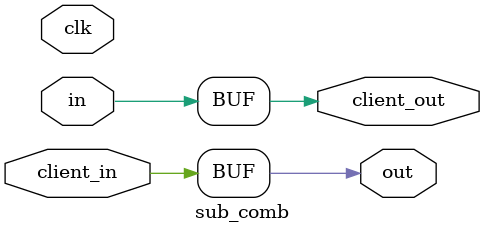
<source format=sv>
module sub_comb (
  input  logic clk,
  input  logic in,
  output logic client_out,
  input  logic client_in,
  output logic out
);
  assign client_out = in;
  assign out = client_in;
endmodule

module aliases_sub_comb (
  input logic i_clk
);
  logic a__to__client_a, client_a__to__a, a__to__b;
  logic b__to__client_b, client_b__to__b, b__to__a;
  sub_comb u_a(.clk(i_clk), .in(b__to__a), .client_out(), .client_in(), .out(a__to__b));
  sub_comb u_b(.clk(i_clk), .in(a__to__b), .client_out(), .client_in(), .out(b__to__a));
endmodule

</source>
